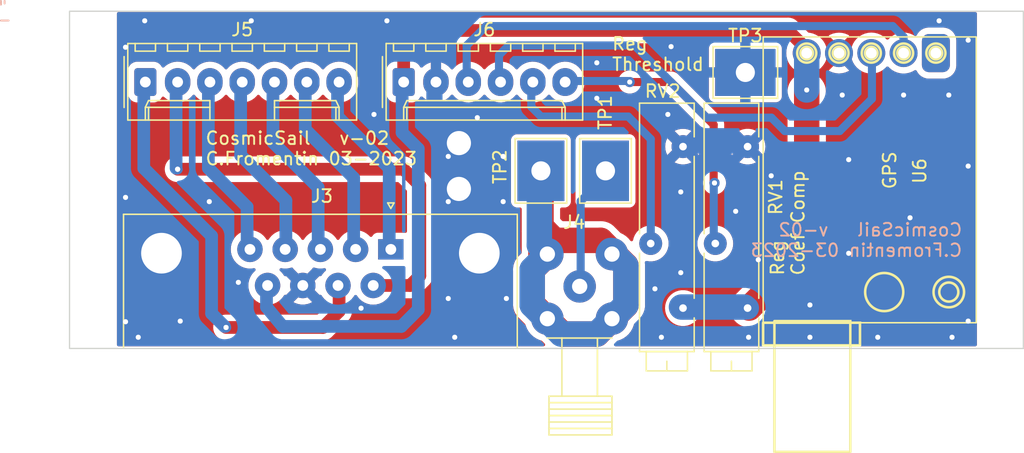
<source format=kicad_pcb>
(kicad_pcb (version 20221018) (generator pcbnew)
  (title_block (date "2023-04-17") (rev "V3"))
  (layers (0 "F.Cu" signal) (31 "B.Cu" signal) (34 "B.Paste" user) (35 "F.Paste" user) (36 "B.SilkS" user "B.Silkscreen") (37 "F.SilkS" user "F.Silkscreen") (38 "B.Mask" user) (39 "F.Mask" user) (44 "Edge.Cuts" user))
  (net 0 "")
  (net 1 "GND3")
  (net 2 "Net-(J5-Pin_7)")
  (net 3 "Net-(J5-Pin_6)")
  (net 4 "Net-(J5-Pin_5)")
  (net 5 "Net-(J5-Pin_4)")
  (net 6 "Net-(J5-Pin_3)")
  (net 7 "Net-(J5-Pin_2)")
  (net 8 "Net-(J5-Pin_1)")
  (net 9 "Net-(J4-Pad1)")
  (net 10 "Net-(J4-Pad2)")
  (net 11 "VCC3.3v")
  (net 12 "RX3")
  (net 13 "TX3")
  (net 14 "Reg_Coef_3")
  (net 15 "Reg_Threshold_3")
  (footprint "Connector_Dsub:DSUB-9_Female_Horizontal_P2.77x2.84mm_EdgePinOffset4.94mm_Housed_MountingHolesOffset7.48mm" (layer "F.Cu") (at 81.1528 121.7524)
    (fp_text reference "J3" (at -5.414 -4.1876) (layer "F.SilkS"))
    (fp_text value "DB9 F Chassi")
    (fp_line (start -21.025 -2.76) (end 9.945 -2.76) (stroke (width 0.12)) (layer "F.SilkS"))
    (fp_line (start -21.025 7.72) (end -21.025 -2.76) (stroke (width 0.12)) (layer "F.SilkS"))
    (fp_line (start -0.25 -3.654338) (end 0.25 -3.654338) (stroke (width 0.12)) (layer "F.SilkS"))
    (fp_line (start 0 -3.221325) (end -0.25 -3.654338) (stroke (width 0.12)) (layer "F.SilkS"))
    (fp_line (start 0.25 -3.654338) (end 0 -3.221325) (stroke (width 0.12)) (layer "F.SilkS"))
    (fp_line (start 9.945 -2.76) (end 9.945 7.72) (stroke (width 0.12)) (layer "F.SilkS"))
    (pad "0" thru_hole circle (at 6.96 0.3) (size 4 4) (drill 3.2) (layers "*.Cu" "*.Mask") (net 1 "GND3"))
    (pad "1" thru_hole rect (at 0 0) (size 2 1.6) (drill 0.85) (layers "*.Cu" "*.Mask") (net 2 "Net-(J5-Pin_7)"))
    (pad "2" thru_hole circle (at -2.77 0) (size 2 2) (drill 0.85) (layers "*.Cu" "*.Mask") (net 3 "Net-(J5-Pin_6)"))
    (pad "3" thru_hole circle (at -5.54 0) (size 2 2) (drill 0.85) (layers "*.Cu" "*.Mask") (net 4 "Net-(J5-Pin_5)"))
    (pad "4" thru_hole circle (at -8.31 0) (size 2 2) (drill 0.85) (layers "*.Cu" "*.Mask") (net 5 "Net-(J5-Pin_4)"))
    (pad "5" thru_hole circle (at -11.08 0) (size 2 2) (drill 0.85) (layers "*.Cu" "*.Mask") (net 6 "Net-(J5-Pin_3)"))
    (pad "6" thru_hole circle (at -1.385 2.84) (size 2 2) (drill 0.85) (layers "*.Cu" "*.Mask") (net 7 "Net-(J5-Pin_2)"))
    (pad "7" thru_hole circle (at -4.155 2.84) (size 2 2) (drill 0.85) (layers "*.Cu" "*.Mask") (net 8 "Net-(J5-Pin_1)"))
    (pad "8" thru_hole circle (at -6.925 2.84) (size 2 2) (drill 0.85) (layers "*.Cu" "*.Mask") (net 1 "GND3"))
    (pad "9" thru_hole circle (at -9.695 2.84) (size 2 2) (drill 0.85) (layers "*.Cu" "*.Mask") (net 11 "VCC3.3v"))
    (pad "10" thru_hole circle (at -18.04 0.3) (size 4 4) (drill 3.2) (layers "*.Cu" "*.Mask") (net 1 "GND3"))
  )
  (footprint "COMPOSANT_CF:TestPoint_THTPad_4.75x3.7mm_Drill1.5mm" (layer "F.Cu") (at 109.0382 107.8366)
    (fp_text reference "TP3" (at 0 -2.898) (layer "F.SilkS"))
    (fp_text value "GND3")
    (fp_line (start -2.54 -2.032) (end 2.54 -2.032) (stroke (width 0.12)) (layer "F.SilkS"))
    (fp_line (start -2.54 2.032) (end -2.54 -2.032) (stroke (width 0.12)) (layer "F.SilkS"))
    (fp_line (start 2.54 -2.032) (end 2.54 2.032) (stroke (width 0.12)) (layer "F.SilkS"))
    (fp_line (start 2.54 2.032) (end -2.54 2.032) (stroke (width 0.12)) (layer "F.SilkS"))
    (pad "1" thru_hole rect (at 0 0) (size 4.75 3.7) (drill 1.5) (layers "*.Cu" "*.Mask") (net 1 "GND3"))
  )
  (footprint "Connector_Molex:Molex_KK-254_AE-6410-06A_1x06_P2.54mm_Vertical" (layer "F.Cu") (at 82.1628 108.5904)
    (fp_text reference "J6" (at 6.35 -4.12) (layer "F.SilkS"))
    (fp_text value "Conn_01x06_Socket")
    (fp_line (start -1.67 -2) (end -1.67 2) (stroke (width 0.12)) (layer "F.SilkS"))
    (fp_line (start -1.38 -3.03) (end -1.38 2.99) (stroke (width 0.12)) (layer "F.SilkS"))
    (fp_line (start -1.38 2.99) (end 14.08 2.99) (stroke (width 0.12)) (layer "F.SilkS"))
    (fp_line (start -0.8 -3.03) (end -0.8 -2.43) (stroke (width 0.12)) (layer "F.SilkS"))
    (fp_line (start -0.8 -2.43) (end 0.8 -2.43) (stroke (width 0.12)) (layer "F.SilkS"))
    (fp_line (start 0 1.99) (end 0.25 1.46) (stroke (width 0.12)) (layer "F.SilkS"))
    (fp_line (start 0 1.99) (end 12.7 1.99) (stroke (width 0.12)) (layer "F.SilkS"))
    (fp_line (start 0 2.99) (end 0 1.99) (stroke (width 0.12)) (layer "F.SilkS"))
    (fp_line (start 0.25 1.46) (end 12.45 1.46) (stroke (width 0.12)) (layer "F.SilkS"))
    (fp_line (start 0.25 2.99) (end 0.25 1.99) (stroke (width 0.12)) (layer "F.SilkS"))
    (fp_line (start 0.8 -2.43) (end 0.8 -3.03) (stroke (width 0.12)) (layer "F.SilkS"))
    (fp_line (start 1.74 -3.03) (end 1.74 -2.43) (stroke (width 0.12)) (layer "F.SilkS"))
    (fp_line (start 1.74 -2.43) (end 3.34 -2.43) (stroke (width 0.12)) (layer "F.SilkS"))
    (fp_line (start 3.34 -2.43) (end 3.34 -3.03) (stroke (width 0.12)) (layer "F.SilkS"))
    (fp_line (start 4.28 -3.03) (end 4.28 -2.43) (stroke (width 0.12)) (layer "F.SilkS"))
    (fp_line (start 4.28 -2.43) (end 5.88 -2.43) (stroke (width 0.12)) (layer "F.SilkS"))
    (fp_line (start 5.88 -2.43) (end 5.88 -3.03) (stroke (width 0.12)) (layer "F.SilkS"))
    (fp_line (start 6.82 -3.03) (end 6.82 -2.43) (stroke (width 0.12)) (layer "F.SilkS"))
    (fp_line (start 6.82 -2.43) (end 8.42 -2.43) (stroke (width 0.12)) (layer "F.SilkS"))
    (fp_line (start 8.42 -2.43) (end 8.42 -3.03) (stroke (width 0.12)) (layer "F.SilkS"))
    (fp_line (start 9.36 -3.03) (end 9.36 -2.43) (stroke (width 0.12)) (layer "F.SilkS"))
    (fp_line (start 9.36 -2.43) (end 10.96 -2.43) (stroke (width 0.12)) (layer "F.SilkS"))
    (fp_line (start 10.96 -2.43) (end 10.96 -3.03) (stroke (width 0.12)) (layer "F.SilkS"))
    (fp_line (start 11.9 -3.03) (end 11.9 -2.43) (stroke (width 0.12)) (layer "F.SilkS"))
    (fp_line (start 11.9 -2.43) (end 13.5 -2.43) (stroke (width 0.12)) (layer "F.SilkS"))
    (fp_line (start 12.45 1.46) (end 12.7 1.99) (stroke (width 0.12)) (layer "F.SilkS"))
    (fp_line (start 12.45 2.99) (end 12.45 1.99) (stroke (width 0.12)) (layer "F.SilkS"))
    (fp_line (start 12.7 1.99) (end 12.7 2.99) (stroke (width 0.12)) (layer "F.SilkS"))
    (fp_line (start 13.5 -2.43) (end 13.5 -3.03) (stroke (width 0.12)) (layer "F.SilkS"))
    (fp_line (start 14.08 -3.03) (end -1.38 -3.03) (stroke (width 0.12)) (layer "F.SilkS"))
    (fp_line (start 14.08 2.99) (end 14.08 -3.03) (stroke (width 0.12)) (layer "F.SilkS"))
    (pad "1" thru_hole roundrect (at 0 0) (size 1.74 2.19) (drill 0.85) (layers "*.Cu" "*.Mask") (roundrect_rratio 0.1436781609) (net 11 "VCC3.3v"))
    (pad "2" thru_hole oval (at 2.54 0) (size 2 2.19) (drill 0.85) (layers "*.Cu" "*.Mask") (net 1 "GND3"))
    (pad "3" thru_hole oval (at 5.08 0) (size 2 2.19) (drill 0.85) (layers "*.Cu" "*.Mask") (net 13 "TX3"))
    (pad "4" thru_hole oval (at 7.62 0) (size 2 2.19) (drill 0.85) (layers "*.Cu" "*.Mask") (net 12 "RX3"))
    (pad "5" thru_hole oval (at 10.16 0) (size 2 2.19) (drill 0.85) (layers "*.Cu" "*.Mask") (net 15 "Reg_Threshold_3"))
    (pad "6" thru_hole oval (at 12.7 0) (size 2 2.19) (drill 0.85) (layers "*.Cu" "*.Mask") (net 14 "Reg_Coef_3"))
  )
  (footprint "" (layer "F.Cu") (at 86.507404 113.3922)
    (fp_text reference "" (at 0 0) (layer "F.SilkS") (effects (font (size 1.27 1.27))))
    (fp_text value "" (at 0 0) (layer "F.SilkS") (effects (font (size 1.27 1.27))))
    (pad "" thru_hole circle (at 0 0) (size 2 2) (drill 1.9) (layers "*.Cu" "*.Mask"))
  )
  (footprint "" (layer "F.Cu") (at 86.507404 116.999)
    (fp_text reference "" (at 0 0) (layer "F.SilkS") (effects (font (size 1.27 1.27))))
    (fp_text value "" (at 0 0) (layer "F.SilkS") (effects (font (size 1.27 1.27))))
    (pad "" thru_hole circle (at 0 0) (size 2 2) (drill 1.9) (layers "*.Cu" "*.Mask"))
  )
  (footprint "Potentiometer_THT:Potentiometer_Bourns_3005_Horizontal" (layer "F.Cu") (at 104.1338 113.6704 90)
    (fp_text reference "RV2" (at 4.3606 -1.598 180) (layer "F.SilkS"))
    (fp_text value "4.7k")
    (fp_line (start -17.64 -2.89) (end -17.64 0.35) (stroke (width 0.12)) (layer "F.SilkS"))
    (fp_line (start -17.64 -2.89) (end -16.121 -2.89) (stroke (width 0.12)) (layer "F.SilkS"))
    (fp_line (start -17.64 -1.27) (end -16.881 -1.27) (stroke (width 0.12)) (layer "F.SilkS"))
    (fp_line (start -17.64 0.35) (end -16.121 0.35) (stroke (width 0.12)) (layer "F.SilkS"))
    (fp_line (start -16.121 -2.89) (end -16.121 0.35) (stroke (width 0.12)) (layer "F.SilkS"))
    (fp_line (start -16.12 -3.42) (end -16.12 0.88) (stroke (width 0.12)) (layer "F.SilkS"))
    (fp_line (start -16.12 -3.42) (end -8.389 -3.42) (stroke (width 0.12)) (layer "F.SilkS"))
    (fp_line (start -16.12 0.88) (end -13.469 0.88) (stroke (width 0.12)) (layer "F.SilkS"))
    (fp_line (start -11.93 0.88) (end -0.769 0.88) (stroke (width 0.12)) (layer "F.SilkS"))
    (fp_line (start -6.85 -3.42) (end 3.42 -3.42) (stroke (width 0.12)) (layer "F.SilkS"))
    (fp_line (start 0.77 0.88) (end 3.42 0.88) (stroke (width 0.12)) (layer "F.SilkS"))
    (fp_line (start 3.42 -3.42) (end 3.42 0.88) (stroke (width 0.12)) (layer "F.SilkS"))
    (pad "1" thru_hole circle (at 0 0 90) (size 1.8 1.8) (drill 0.6) (layers "*.Cu" "*.Mask") (net 1 "GND3"))
    (pad "2" thru_hole circle (at -7.62 -2.54 90) (size 1.8 1.8) (drill 0.6) (layers "*.Cu" "*.Mask") (net 15 "Reg_Threshold_3"))
    (pad "3" thru_hole circle (at -12.7 0 90) (size 1.8 1.8) (drill 0.6) (layers "*.Cu" "*.Mask") (net 11 "VCC3.3v"))
  )
  (footprint "MODULE_CF:GPS_NEO8" (layer "F.Cu") (at 124.0242 106.3126 -90)
    (fp_text reference "U6" (at 9.271 1.27 90) (layer "F.SilkS"))
    (fp_text value "NEO-M8N")
    (fp_text user "GPS" (at 10.795 3.048 90 unlocked) (layer "F.SilkS") (effects (justify left bottom)))
    (fp_rect (start -1.27 13.585) (end 21.21 -3.175) (stroke (width 0.12)) (fill none) (layer "F.SilkS"))
    (fp_rect (start 21.082 6.731) (end 31.369 12.7) (stroke (width 0.2)) (fill none) (layer "F.SilkS"))
    (fp_rect (start 21.21 5.969) (end 22.987 13.589) (stroke (width 0.2)) (fill none) (layer "F.SilkS"))
    (fp_circle (center 0 0) (end 0.499999 0) (stroke (width 0.2)) (fill none) (layer "F.SilkS"))
    (fp_circle (center 0 0) (end 0.749999 0) (stroke (width 0.2)) (fill none) (layer "F.SilkS"))
    (fp_circle (center 0 2.54) (end 0.5 2.54) (stroke (width 0.2)) (fill none) (layer "F.SilkS"))
    (fp_circle (center 0 2.54) (end 0.75 2.54) (stroke (width 0.2)) (fill none) (layer "F.SilkS"))
    (fp_circle (center 0 5.08) (end 0.5 5.08) (stroke (width 0.2)) (fill none) (layer "F.SilkS"))
    (fp_circle (center 0 5.08) (end 0.75 5.08) (stroke (width 0.2)) (fill none) (layer "F.SilkS"))
    (fp_circle (center 0 7.62) (end 0.5 7.62) (stroke (width 0.2)) (fill none) (layer "F.SilkS"))
    (fp_circle (center 0 7.62) (end 0.75 7.62) (stroke (width 0.2)) (fill none) (layer "F.SilkS"))
    (fp_circle (center 0 10.16) (end 0.5 10.16) (stroke (width 0.2)) (fill none) (layer "F.SilkS"))
    (fp_circle (center 0 10.16) (end 0.75 10.16) (stroke (width 0.2)) (fill none) (layer "F.SilkS"))
    (fp_circle (center 18.796 -1.016) (end 19.546 -1.016) (stroke (width 0.2)) (fill none) (layer "F.SilkS"))
    (fp_circle (center 18.796 -1.016) (end 19.996 -1.016) (stroke (width 0.2)) (fill none) (layer "F.SilkS"))
    (fp_circle (center 18.796 4.064) (end 20.296 4.064) (stroke (width 0.2)) (fill none) (layer "F.SilkS"))
    (pad "1" thru_hole roundrect (at 0 0 270) (size 3 2.2) (drill 0.85) (layers "*.Cu" "*.Mask"))
    (pad "2" thru_hole circle (at 0 2.54 270) (size 2.2 2.2) (drill 0.85) (layers "*.Cu" "*.Mask") (net 13 "TX3"))
    (pad "3" thru_hole circle (at 0 5.08 270) (size 2.2 2.2) (drill 0.85) (layers "*.Cu" "*.Mask") (net 12 "RX3"))
    (pad "4" thru_hole circle (at 0 7.62 270) (size 2.2 2.2) (drill 0.85) (layers "*.Cu" "*.Mask") (net 1 "GND3"))
    (pad "5" thru_hole circle (at 0 10.16 270) (size 2.2 2.2) (drill 0.85) (layers "*.Cu" "*.Mask") (net 11 "VCC3.3v"))
  )
  (footprint "Connector_Molex:Molex_KK-254_AE-6410-07A_1x07_P2.54mm_Vertical" (layer "F.Cu") (at 61.8428 108.5904)
    (fp_text reference "J5" (at 7.62 -4.12) (layer "F.SilkS"))
    (fp_text value "Conn_01x07_Socket")
    (fp_line (start -1.67 -2) (end -1.67 2) (stroke (width 0.12)) (layer "F.SilkS"))
    (fp_line (start -1.38 -3.03) (end -1.38 2.99) (stroke (width 0.12)) (layer "F.SilkS"))
    (fp_line (start -1.38 2.99) (end 16.62 2.99) (stroke (width 0.12)) (layer "F.SilkS"))
    (fp_line (start -0.8 -3.03) (end -0.8 -2.43) (stroke (width 0.12)) (layer "F.SilkS"))
    (fp_line (start -0.8 -2.43) (end 0.8 -2.43) (stroke (width 0.12)) (layer "F.SilkS"))
    (fp_line (start 0 1.99) (end 0.25 1.46) (stroke (width 0.12)) (layer "F.SilkS"))
    (fp_line (start 0 1.99) (end 5.08 1.99) (stroke (width 0.12)) (layer "F.SilkS"))
    (fp_line (start 0 2.99) (end 0 1.99) (stroke (width 0.12)) (layer "F.SilkS"))
    (fp_line (start 0.25 1.46) (end 5.08 1.46) (stroke (width 0.12)) (layer "F.SilkS"))
    (fp_line (start 0.25 2.99) (end 0.25 1.99) (stroke (width 0.12)) (layer "F.SilkS"))
    (fp_line (start 0.8 -2.43) (end 0.8 -3.03) (stroke (width 0.12)) (layer "F.SilkS"))
    (fp_line (start 1.74 -3.03) (end 1.74 -2.43) (stroke (width 0.12)) (layer "F.SilkS"))
    (fp_line (start 1.74 -2.43) (end 3.34 -2.43) (stroke (width 0.12)) (layer "F.SilkS"))
    (fp_line (start 3.34 -2.43) (end 3.34 -3.03) (stroke (width 0.12)) (layer "F.SilkS"))
    (fp_line (start 4.28 -3.03) (end 4.28 -2.43) (stroke (width 0.12)) (layer "F.SilkS"))
    (fp_line (start 4.28 -2.43) (end 5.88 -2.43) (stroke (width 0.12)) (layer "F.SilkS"))
    (fp_line (start 5.08 1.46) (end 5.08 1.99) (stroke (width 0.12)) (layer "F.SilkS"))
    (fp_line (start 5.08 1.99) (end 5.08 2.99) (stroke (width 0.12)) (layer "F.SilkS"))
    (fp_line (start 5.88 -2.43) (end 5.88 -3.03) (stroke (width 0.12)) (layer "F.SilkS"))
    (fp_line (start 6.82 -3.03) (end 6.82 -2.43) (stroke (width 0.12)) (layer "F.SilkS"))
    (fp_line (start 6.82 -2.43) (end 8.42 -2.43) (stroke (width 0.12)) (layer "F.SilkS"))
    (fp_line (start 8.42 -2.43) (end 8.42 -3.03) (stroke (width 0.12)) (layer "F.SilkS"))
    (fp_line (start 9.36 -3.03) (end 9.36 -2.43) (stroke (width 0.12)) (layer "F.SilkS"))
    (fp_line (start 9.36 -2.43) (end 10.96 -2.43) (stroke (width 0.12)) (layer "F.SilkS"))
    (fp_line (start 10.16 1.46) (end 10.16 1.99) (stroke (width 0.12)) (layer "F.SilkS"))
    (fp_line (start 10.16 1.99) (end 10.16 2.99) (stroke (width 0.12)) (layer "F.SilkS"))
    (fp_line (start 10.96 -2.43) (end 10.96 -3.03) (stroke (width 0.12)) (layer "F.SilkS"))
    (fp_line (start 11.9 -3.03) (end 11.9 -2.43) (stroke (width 0.12)) (layer "F.SilkS"))
    (fp_line (start 11.9 -2.43) (end 13.5 -2.43) (stroke (width 0.12)) (layer "F.SilkS"))
    (fp_line (start 13.5 -2.43) (end 13.5 -3.03) (stroke (width 0.12)) (layer "F.SilkS"))
    (fp_line (start 14.44 -3.03) (end 14.44 -2.43) (stroke (width 0.12)) (layer "F.SilkS"))
    (fp_line (start 14.44 -2.43) (end 16.04 -2.43) (stroke (width 0.12)) (layer "F.SilkS"))
    (fp_line (start 14.99 1.46) (end 10.16 1.46) (stroke (width 0.12)) (layer "F.SilkS"))
    (fp_line (start 14.99 2.99) (end 14.99 1.99) (stroke (width 0.12)) (layer "F.SilkS"))
    (fp_line (start 15.24 1.99) (end 10.16 1.99) (stroke (width 0.12)) (layer "F.SilkS"))
    (fp_line (start 15.24 1.99) (end 14.99 1.46) (stroke (width 0.12)) (layer "F.SilkS"))
    (fp_line (start 15.24 2.99) (end 15.24 1.99) (stroke (width 0.12)) (layer "F.SilkS"))
    (fp_line (start 16.04 -2.43) (end 16.04 -3.03) (stroke (width 0.12)) (layer "F.SilkS"))
    (fp_line (start 16.62 -3.03) (end -1.38 -3.03) (stroke (width 0.12)) (layer "F.SilkS"))
    (fp_line (start 16.62 2.99) (end 16.62 -3.03) (stroke (width 0.12)) (layer "F.SilkS"))
    (pad "1" thru_hole roundrect (at 0 0) (size 1.74 2.19) (drill 0.85) (layers "*.Cu" "*.Mask") (roundrect_rratio 0.1436781609) (net 8 "Net-(J5-Pin_1)"))
    (pad "2" thru_hole oval (at 2.54 0) (size 2 2.19) (drill 0.85) (layers "*.Cu" "*.Mask") (net 7 "Net-(J5-Pin_2)"))
    (pad "3" thru_hole oval (at 5.08 0) (size 2 2.19) (drill 0.85) (layers "*.Cu" "*.Mask") (net 6 "Net-(J5-Pin_3)"))
    (pad "4" thru_hole oval (at 7.62 0) (size 2 2.19) (drill 0.85) (layers "*.Cu" "*.Mask") (net 5 "Net-(J5-Pin_4)"))
    (pad "5" thru_hole oval (at 10.16 0) (size 2 2.19) (drill 0.85) (layers "*.Cu" "*.Mask") (net 4 "Net-(J5-Pin_5)"))
    (pad "6" thru_hole oval (at 12.7 0) (size 2 2.19) (drill 0.85) (layers "*.Cu" "*.Mask") (net 3 "Net-(J5-Pin_6)"))
    (pad "7" thru_hole oval (at 15.24 0) (size 2 2.19) (drill 0.85) (layers "*.Cu" "*.Mask") (net 2 "Net-(J5-Pin_7)"))
  )
  (footprint "Potentiometer_THT:Potentiometer_Bourns_3005_Horizontal" (layer "F.Cu") (at 109.2138 113.6704 90)
    (fp_text reference "RV1" (at -3.9706 2.212 90) (layer "F.SilkS"))
    (fp_text value "4.7k")
    (fp_line (start -17.64 -2.89) (end -17.64 0.35) (stroke (width 0.12)) (layer "F.SilkS"))
    (fp_line (start -17.64 -2.89) (end -16.121 -2.89) (stroke (width 0.12)) (layer "F.SilkS"))
    (fp_line (start -17.64 -1.27) (end -16.881 -1.27) (stroke (width 0.12)) (layer "F.SilkS"))
    (fp_line (start -17.64 0.35) (end -16.121 0.35) (stroke (width 0.12)) (layer "F.SilkS"))
    (fp_line (start -16.121 -2.89) (end -16.121 0.35) (stroke (width 0.12)) (layer "F.SilkS"))
    (fp_line (start -16.12 -3.42) (end -16.12 0.88) (stroke (width 0.12)) (layer "F.SilkS"))
    (fp_line (start -16.12 -3.42) (end -8.389 -3.42) (stroke (width 0.12)) (layer "F.SilkS"))
    (fp_line (start -16.12 0.88) (end -13.469 0.88) (stroke (width 0.12)) (layer "F.SilkS"))
    (fp_line (start -11.93 0.88) (end -0.769 0.88) (stroke (width 0.12)) (layer "F.SilkS"))
    (fp_line (start -6.85 -3.42) (end 3.42 -3.42) (stroke (width 0.12)) (layer "F.SilkS"))
    (fp_line (start 0.77 0.88) (end 3.42 0.88) (stroke (width 0.12)) (layer "F.SilkS"))
    (fp_line (start 3.42 -3.42) (end 3.42 0.88) (stroke (width 0.12)) (layer "F.SilkS"))
    (pad "1" thru_hole circle (at 0 0 90) (size 1.8 1.8) (drill 0.6) (layers "*.Cu" "*.Mask") (net 1 "GND3"))
    (pad "2" thru_hole circle (at -7.62 -2.54 90) (size 1.8 1.8) (drill 0.6) (layers "*.Cu" "*.Mask") (net 14 "Reg_Coef_3"))
    (pad "3" thru_hole circle (at -12.7 0 90) (size 1.8 1.8) (drill 0.6) (layers "*.Cu" "*.Mask") (net 11 "VCC3.3v"))
  )
  (footprint "COMPOSANT_CF:TE_221790-1" (layer "F.Cu") (at 96.0058 124.663 -90)
    (fp_text reference "J4" (at -5.0408 0.4296) (layer "F.SilkS") (effects (font (size 1.001236 1.001236))))
    (fp_text value "221790-1")
    (fp_line (start 4.064 -2.54) (end 4.064 1.397) (stroke (width 0.127)) (layer "F.SilkS"))
    (fp_line (start 4.064 1.397) (end 4.064 2.54) (stroke (width 0.127)) (layer "F.SilkS"))
    (fp_line (start 4.064 1.397) (end 8.636 1.397) (stroke (width 0.127)) (layer "F.SilkS"))
    (fp_line (start 4.091 -1.397) (end 8.636 -1.397) (stroke (width 0.127)) (layer "F.SilkS"))
    (fp_line (start 8.636 -2.54) (end 9.144 -2.54) (stroke (width 0.127)) (layer "F.SilkS"))
    (fp_line (start 8.636 -1.397) (end 8.636 -2.54) (stroke (width 0.127)) (layer "F.SilkS"))
    (fp_line (start 8.636 1.397) (end 8.636 -1.397) (stroke (width 0.127)) (layer "F.SilkS"))
    (fp_line (start 8.636 2.413) (end 8.636 1.397) (stroke (width 0.127)) (layer "F.SilkS"))
    (fp_line (start 9.144 -2.54) (end 9.144 2.413) (stroke (width 0.127)) (layer "F.SilkS"))
    (fp_line (start 9.144 -2.54) (end 9.652 -2.54) (stroke (width 0.127)) (layer "F.SilkS"))
    (fp_line (start 9.144 2.413) (end 8.636 2.413) (stroke (width 0.127)) (layer "F.SilkS"))
    (fp_line (start 9.652 -2.54) (end 9.652 2.413) (stroke (width 0.127)) (layer "F.SilkS"))
    (fp_line (start 9.652 -2.54) (end 10.16 -2.54) (stroke (width 0.127)) (layer "F.SilkS"))
    (fp_line (start 9.652 2.413) (end 9.144 2.413) (stroke (width 0.127)) (layer "F.SilkS"))
    (fp_line (start 10.16 -2.54) (end 10.16 2.413) (stroke (width 0.127)) (layer "F.SilkS"))
    (fp_line (start 10.16 -2.54) (end 10.668 -2.54) (stroke (width 0.127)) (layer "F.SilkS"))
    (fp_line (start 10.16 2.413) (end 9.652 2.413) (stroke (width 0.127)) (layer "F.SilkS"))
    (fp_line (start 10.668 -2.54) (end 10.668 2.413) (stroke (width 0.127)) (layer "F.SilkS"))
    (fp_line (start 10.668 -2.54) (end 11.176 -2.54) (stroke (width 0.127)) (layer "F.SilkS"))
    (fp_line (start 10.668 2.413) (end 10.16 2.413) (stroke (width 0.127)) (layer "F.SilkS"))
    (fp_line (start 11.176 -2.54) (end 11.176 2.413) (stroke (width 0.127)) (layer "F.SilkS"))
    (fp_line (start 11.176 -2.54) (end 11.684 -2.54) (stroke (width 0.127)) (layer "F.SilkS"))
    (fp_line (start 11.176 2.413) (end 10.668 2.413) (stroke (width 0.127)) (layer "F.SilkS"))
    (fp_line (start 11.684 -2.54) (end 11.684 2.413) (stroke (width 0.127)) (layer "F.SilkS"))
    (fp_line (start 11.684 2.413) (end 11.176 2.413) (stroke (width 0.127)) (layer "F.SilkS"))
    (pad "1" thru_hole circle (at 0 0 270) (size 2.5527 2.5527) (drill 1.2) (layers "*.Cu" "*.Mask") (net 9 "Net-(J4-Pad1)"))
    (pad "2" thru_hole circle (at -2.54 -2.54 270) (size 2.5527 2.5527) (drill 1.2) (layers "*.Cu" "*.Mask") (net 10 "Net-(J4-Pad2)"))
    (pad "3" thru_hole circle (at 2.54 -2.54 270) (size 2.5527 2.5527) (drill 1.2) (layers "*.Cu" "*.Mask") (net 10 "Net-(J4-Pad2)"))
    (pad "4" thru_hole circle (at -2.54 2.54 270) (size 2.5527 2.5527) (drill 1.2) (layers "*.Cu" "*.Mask") (net 10 "Net-(J4-Pad2)"))
    (pad "5" thru_hole circle (at 2.54 2.54 270) (size 2.5527 2.5527) (drill 1.2) (layers "*.Cu" "*.Mask") (net 10 "Net-(J4-Pad2)"))
  )
  (footprint "COMPOSANT_CF:TestPoint_THTPad_4.75x3.7mm_Drill1.5mm" (layer "F.Cu") (at 92.9578 115.5754 90)
    (fp_text reference "TP2" (at 0.322 -3.2236 90) (layer "F.SilkS"))
    (fp_text value "s1")
    (fp_line (start -2.54 -2.032) (end 2.54 -2.032) (stroke (width 0.12)) (layer "F.SilkS"))
    (fp_line (start -2.54 2.032) (end -2.54 -2.032) (stroke (width 0.12)) (layer "F.SilkS"))
    (fp_line (start 2.54 -2.032) (end 2.54 2.032) (stroke (width 0.12)) (layer "F.SilkS"))
    (fp_line (start 2.54 2.032) (end -2.54 2.032) (stroke (width 0.12)) (layer "F.SilkS"))
    (pad "1" thru_hole rect (at 0 0 90) (size 4.75 3.7) (drill 1.5) (layers "*.Cu" "*.Mask") (net 10 "Net-(J4-Pad2)"))
  )
  (footprint "COMPOSANT_CF:TestPoint_THTPad_4.75x3.7mm_Drill1.5mm" (layer "F.Cu") (at 98.0378 115.5754 90)
    (fp_text reference "TP1" (at 4.5892 -0.0232 90) (layer "F.SilkS"))
    (fp_text value "s1")
    (fp_line (start -2.54 -2.032) (end 2.54 -2.032) (stroke (width 0.12)) (layer "F.SilkS"))
    (fp_line (start -2.54 2.032) (end -2.54 -2.032) (stroke (width 0.12)) (layer "F.SilkS"))
    (fp_line (start 2.54 -2.032) (end 2.54 2.032) (stroke (width 0.12)) (layer "F.SilkS"))
    (fp_line (start 2.54 2.032) (end -2.54 2.032) (stroke (width 0.12)) (layer "F.SilkS"))
    (pad "1" thru_hole rect (at 0 0 90) (size 4.75 3.7) (drill 1.5) (layers "*.Cu" "*.Mask") (net 9 "Net-(J4-Pad1)"))
  )
  (gr_line (start 50.4868 102.21228) (end 50.4868 102.498) (stroke (width 0.15)) (layer "B.SilkS"))
  (gr_line (start 50.77251 102.41228) (end 50.77251 102.21228) (stroke (width 0.15)) (layer "B.SilkS"))
  (gr_line (start 51.0868 103.75228) (end 50.4868 103.75228) (stroke (width 0.15)) (layer "B.SilkS"))
  (gr_rect (start 55.88 103.02) (end 130.906604 129.5466) (stroke (width 0.1)) (fill none) (layer "Edge.Cuts"))
  (gr_text "CosmicSail   v-02\nC.Fromentin 03-2023" (at 126.182204 122.4092) (layer "B.SilkS") (effects (font (size 1 1)) (justify left bottom mirror)))
  (gr_text "Reg \nThreshold" (at 98.4718 107.7858) (layer "F.SilkS") (effects (font (size 1 1)) (justify left bottom)))
  (gr_text "Reg \nCoef Comp" (at 113.7626 123.8894 90) (layer "F.SilkS") (effects (font (size 1 1)) (justify left bottom)))
  (gr_text "CosmicSail   v-02\nC.Fromentin 03-2023" (at 66.4932 115.2026) (layer "F.SilkS") (effects (font (size 1 1)) (justify left bottom)))
  (via (at 101.9262 124.8546) (size 0.8) (drill 0.4) (layers "F.Cu" "B.Cu") (net 1))
  (via (at 60.286 117.664) (size 0.8) (drill 0.4) (layers "F.Cu" "B.Cu") (net 1))
  (via (at 90.2422 125.6166) (size 0.8) (drill 0.4) (layers "F.Cu" "B.Cu") (net 1))
  (via (at 66.8742 117.9966) (size 0.8) (drill 0.4) (layers "F.Cu" "B.Cu") (net 1))
  (via (at 125.0402 109.6146) (size 0.8) (drill 0.4) (layers "F.Cu" "B.Cu") (net 1))
  (via (at 126.5642 115.2026) (size 0.8) (drill 0.4) (layers "F.Cu" "B.Cu") (net 1))
  (via (at 61.2862 128.6646) (size 0.8) (drill 0.4) (layers "F.Cu" "B.Cu") (net 1))
  (via (at 80.8442 103.7726) (size 0.8) (drill 0.4) (layers "F.Cu" "B.Cu") (net 1))
  (via (at 110.0542 122.5686) (size 0.8) (drill 0.4) (layers "F.Cu" "B.Cu") (net 1))
  (via (at 125.2942 128.6646) (size 0.8) (drill 0.4) (layers "F.Cu" "B.Cu") (net 1))
  (via (at 85.6702 125.6166) (size 0.8) (drill 0.4) (layers "F.Cu" "B.Cu") (net 1))
  (via (at 117.1662 122.0606) (size 0.8) (drill 0.4) (layers "F.Cu" "B.Cu") (net 1))
  (via (at 61.7942 103.7726) (size 0.8) (drill 0.4) (layers "F.Cu" "B.Cu") (net 1))
  (via (at 108.2762 118.7586) (size 0.8) (drill 0.4) (layers "F.Cu" "B.Cu") (net 1))
  (via (at 121.9922 119.2666) (size 0.8) (drill 0.4) (layers "F.Cu" "B.Cu") (net 1))
  (via (at 116.6582 109.6146) (size 0.8) (drill 0.4) (layers "F.Cu" "B.Cu") (net 1))
  (via (at 103.9582 123.5846) (size 0.8) (drill 0.4) (layers "F.Cu" "B.Cu") (net 1))
  (via (at 103.1962 105.8046) (size 0.8) (drill 0.4) (layers "F.Cu" "B.Cu") (net 1))
  (via (at 102.4342 128.6646) (size 0.8) (drill 0.4) (layers "F.Cu" "B.Cu") (net 1))
  (via (at 97.3542 107.0746) (size 0.8) (drill 0.4) (layers "F.Cu" "B.Cu") (net 1))
  (via (at 60.286 127.443) (size 0.8) (drill 0.4) (layers "F.Cu" "B.Cu") (net 1))
  (via (at 109.2922 128.6646) (size 0.8) (drill 0.4) (layers "F.Cu" "B.Cu") (net 1))
  (via (at 97.3542 109.8686) (size 0.8) (drill 0.4) (layers "F.Cu" "B.Cu") (net 1))
  (via (at 87.9562 111.3926) (size 0.8) (drill 0.4) (layers "F.Cu" "B.Cu") (net 1))
  (via (at 114.1182 126.1246) (size 0.8) (drill 0.4) (layers "F.Cu" "B.Cu") (net 1))
  (via (at 89.9882 117.9966) (size 0.8) (drill 0.4) (layers "F.Cu" "B.Cu") (net 1))
  (via (at 117.1662 114.6946) (size 0.8) (drill 0.4) (layers "F.Cu" "B.Cu") (net 1))
  (via (at 89.9882 114.4406) (size 0.8) (drill 0.4) (layers "F.Cu" "B.Cu") (net 1))
  (via (at 60.286 105.853) (size 0.8) (drill 0.4) (layers "F.Cu" "B.Cu") (net 1))
  (via (at 121.4842 109.6146) (size 0.8) (drill 0.4) (layers "F.Cu" "B.Cu") (net 1))
  (via (at 86.1782 128.6646) (size 0.8) (drill 0.4) (layers "F.Cu" "B.Cu") (net 1))
  (via (at 119.4522 128.6646) (size 0.8) (drill 0.4) (layers "F.Cu" "B.Cu") (net 1))
  (via (at 114.1182 128.6646) (size 0.8) (drill 0.4) (layers "F.Cu" "B.Cu") (net 1))
  (via (at 78.8122 126.3786) (size 0.8) (drill 0.4) (layers "F.Cu" "B.Cu") (net 1))
  (via (at 103.9582 117.2346) (size 0.8) (drill 0.4) (layers "F.Cu" "B.Cu") (net 1))
  (via (at 102.9422 111.1386) (size 0.8) (drill 0.4) (layers "F.Cu" "B.Cu") (net 1))
  (via (at 126.5642 127.3946) (size 0.8) (drill 0.4) (layers "F.Cu" "B.Cu") (net 1))
  (via (at 124.2782 103.7726) (size 0.8) (drill 0.4) (layers "F.Cu" "B.Cu") (net 1))
  (via (at 70.1762 103.7726) (size 0.8) (drill 0.4) (layers "F.Cu" "B.Cu") (net 1))
  (via (at 111.0702 115.9646) (size 0.8) (drill 0.4) (layers "F.Cu" "B.Cu") (net 1))
  (via (at 79.8282 111.1386) (size 0.8) (drill 0.4) (layers "F.Cu" "B.Cu") (net 1))
  (via (at 69.1602 124.3466) (size 0.8) (drill 0.4) (layers "F.Cu" "B.Cu") (net 1))
  (via (at 85.6702 114.4406) (size 0.8) (drill 0.4) (layers "F.Cu" "B.Cu") (net 1))
  (via (at 64.5882 127.3946) (size 0.8) (drill 0.4) (layers "F.Cu" "B.Cu") (net 1))
  (via (at 126.5642 105.2966) (size 0.8) (drill 0.4) (layers "F.Cu" "B.Cu") (net 1))
  (via (at 85.6702 117.9966) (size 0.8) (drill 0.4) (layers "F.Cu" "B.Cu") (net 1))
  (segment (start 88.1374 114.6044) (end 88.1374 121.9704) (width 1.27) (layer "B.Cu") (net 1))
  (segment (start 104.0124 113.5884) (end 108.9654 113.5884) (width 1.27) (layer "B.Cu") (net 1))
  (segment (start 84.5814 108.5084) (end 84.5814 111.0484) (width 1.27) (layer "B.Cu") (net 1))
  (segment (start 84.5814 111.0484) (end 88.1374 114.6044) (width 1.27) (layer "B.Cu") (net 1))
  (segment (start 76.9614 111.3024) (end 81.0254 115.3664) (width 1) (layer "B.Cu") (net 2))
  (segment (start 81.0254 121.5894) (end 80.7714 121.8434) (width 1) (layer "B.Cu") (net 2))
  (segment (start 81.0254 115.3664) (end 81.0254 121.5894) (width 1) (layer "B.Cu") (net 2))
  (segment (start 76.9614 108.5084) (end 76.9614 111.3024) (width 1) (layer "B.Cu") (net 2))
  (segment (start 74.4214 112.3184) (end 74.4214 108.5084) (width 1) (layer "B.Cu") (net 3))
  (segment (start 78.2314 121.7164) (end 78.2314 116.1284) (width 1) (layer "B.Cu") (net 3))
  (segment (start 78.2314 116.1284) (end 74.4214 112.3184) (width 1) (layer "B.Cu") (net 3))
  (segment (start 75.4374 121.5894) (end 75.4374 116.8904) (width 1) (layer "B.Cu") (net 4))
  (segment (start 75.1834 121.8434) (end 75.4374 121.5894) (width 1) (layer "B.Cu") (net 4))
  (segment (start 75.4374 116.8904) (end 71.8814 113.3344) (width 1) (layer "B.Cu") (net 4))
  (segment (start 71.8814 113.3344) (end 71.8814 108.5084) (width 1) (layer "B.Cu") (net 4))
  (segment (start 69.3414 114.3504) (end 69.3414 108.5084) (width 1) (layer "B.Cu") (net 5))
  (segment (start 72.8974 121.597069) (end 72.8974 117.9064) (width 1) (layer "B.Cu") (net 5))
  (segment (start 72.8974 117.9064) (end 69.3414 114.3504) (width 1) (layer "B.Cu") (net 5))
  (segment (start 69.7224 121.8434) (end 69.8494 121.7164) (width 1) (layer "B.Cu") (net 6))
  (segment (start 66.8014 115.3664) (end 66.8014 108.5084) (width 1) (layer "B.Cu") (net 6))
  (segment (start 69.8494 121.7164) (end 69.8494 118.4144) (width 1) (layer "B.Cu") (net 6))
  (segment (start 69.8494 118.4144) (end 66.8014 115.3664) (width 1) (layer "B.Cu") (net 6))
  (segment (start 83.4328 116.7184) (end 82.1628 115.4484) (width 1) (layer "F.Cu") (net 7))
  (segment (start 83.4328 123.8304) (end 83.4328 116.7184) (width 1) (layer "F.Cu") (net 7))
  (segment (start 79.8768 124.5924) (end 82.6708 124.5924) (width 1) (layer "F.Cu") (net 7))
  (segment (start 82.6708 124.5924) (end 83.4328 123.8304) (width 1) (layer "F.Cu") (net 7))
  (segment (start 82.1628 115.4484) (end 64.3828 115.4484) (width 1) (layer "F.Cu") (net 7))
  (via (at 64.3828 115.4484) (size 0.8) (drill 0.4) (layers "F.Cu" "B.Cu") (net 7))
  (via (at 64.3828 115.4484) (size 0.8) (drill 0.4) (layers "F.Cu" "B.Cu") (net 7))
  (segment (start 64.2614 108.5084) (end 64.2614 115.3664) (width 1) (layer "B.Cu") (net 7))
  (segment (start 75.8128 127.8944) (end 68.1928 127.8944) (width 1) (layer "F.Cu") (net 8))
  (segment (start 77.0828 124.5924) (end 77.0828 126.6244) (width 1) (layer "F.Cu") (net 8))
  (segment (start 77.0828 126.6244) (end 75.8128 127.8944) (width 1) (layer "F.Cu") (net 8))
  (via (at 68.1928 127.8944) (size 0.8) (drill 0.4) (layers "F.Cu" "B.Cu") (net 8))
  (via (at 68.1928 127.8944) (size 0.8) (drill 0.4) (layers "F.Cu" "B.Cu") (net 8))
  (segment (start 67.0554 120.7004) (end 67.0554 126.7964) (width 1) (layer "B.Cu") (net 8))
  (segment (start 61.7214 115.3664) (end 67.0554 120.7004) (width 1) (layer "B.Cu") (net 8))
  (segment (start 67.0554 126.7964) (end 68.0714 127.8124) (width 1) (layer "B.Cu") (net 8))
  (segment (start 61.7214 108.5084) (end 61.7214 115.3664) (width 1) (layer "B.Cu") (net 8))
  (segment (start 96.0842 117.9606) (end 96.0842 124.3466) (width 0.635) (layer "B.Cu") (net 9))
  (segment (start 97.9164 116.1284) (end 96.0842 117.9606) (width 0.635) (layer "B.Cu") (net 9))
  (segment (start 95.8302 124.6006) (end 95.8302 123.9296) (width 0.635) (layer "B.Cu") (net 9))
  (segment (start 96.0842 124.3466) (end 95.8302 124.6006) (width 0.635) (layer "B.Cu") (net 9))
  (segment (start 97.9164 115.4934) (end 97.9164 116.1284) (width 0.635) (layer "B.Cu") (net 9))
  (segment (start 95.8302 123.9296) (end 96.0114 123.7484) (width 0.635) (layer "B.Cu") (net 9))
  (segment (start 97.665 121.0446) (end 99.6402 123.0198) (width 2) (layer "F.Cu") (net 10))
  (segment (start 92.2742 123.356) (end 92.9578 122.6724) (width 2) (layer "F.Cu") (net 10))
  (segment (start 92.2742 126.0484) (end 92.2742 123.356) (width 2) (layer "F.Cu") (net 10))
  (segment (start 92.9578 122.6724) (end 92.9578 115.4484) (width 2) (layer "F.Cu") (net 10))
  (segment (start 93.849 121.2224) (end 94.0268 121.0446) (width 2) (layer "F.Cu") (net 10))
  (segment (start 94.6364 128.4106) (end 92.2742 126.0484) (width 2) (layer "F.Cu") (net 10))
  (segment (start 97.3796 128.4106) (end 94.6364 128.4106) (width 2) (layer "F.Cu") (net 10))
  (segment (start 99.6402 126.15) (end 97.3796 128.4106) (width 2) (layer "F.Cu") (net 10))
  (segment (start 92.9578 120.3014) (end 93.2836 120.3014) (width 2) (layer "F.Cu") (net 10))
  (segment (start 94.0268 121.0446) (end 97.665 121.0446) (width 2) (layer "F.Cu") (net 10))
  (segment (start 99.6402 123.0198) (end 99.6402 126.15) (width 2) (layer "F.Cu") (net 10))
  (segment (start 93.0362 120.3798) (end 92.9578 120.3014) (width 2) (layer "F.Cu") (net 10))
  (segment (start 93.0362 121.832) (end 93.0362 120.3798) (width 2) (layer "F.Cu") (net 10))
  (segment (start 93.2836 120.3014) (end 94.0268 121.0446) (width 2) (layer "F.Cu") (net 10))
  (segment (start 93.4658 122.2638) (end 93.4658 122.2616) (width 2) (layer "F.Cu") (net 10))
  (segment (start 92.9578 120.3014) (end 92.9578 115.5754) (width 2) (layer "F.Cu") (net 10))
  (segment (start 93.4658 122.2616) (end 93.0362 121.832) (width 2) (layer "F.Cu") (net 10))
  (segment (start 98.4244 121.8434) (end 99.6402 123.0592) (width 2) (layer "B.Cu") (net 10))
  (segment (start 97.3542 128.4106) (end 98.6242 127.1406) (width 2) (layer "B.Cu") (net 10))
  (segment (start 92.8364 121.4256) (end 93.4714 122.0606) (width 2) (layer "B.Cu") (net 10))
  (segment (start 93.5442 122.0606) (end 92.2742 123.3306) (width 2) (layer "B.Cu") (net 10))
  (segment (start 92.2742 123.3306) (end 92.2742 126.1246) (width 2) (layer "B.Cu") (net 10))
  (segment (start 99.6402 126.1246) (end 98.6242 127.1406) (width 2) (layer "B.Cu") (net 10))
  (segment (start 92.2742 126.1246) (end 94.5602 128.4106) (width 2) (layer "B.Cu") (net 10))
  (segment (start 98.6242 127.1406) (end 98.6242 126.8866) (width 2) (layer "B.Cu") (net 10))
  (segment (start 92.8364 115.4934) (end 92.8364 121.4256) (width 2) (layer "B.Cu") (net 10))
  (segment (start 94.5602 128.4106) (end 97.3542 128.4106) (width 2) (layer "B.Cu") (net 10))
  (segment (start 99.6402 123.0592) (end 99.6402 126.1246) (width 2) (layer "B.Cu") (net 10))
  (segment (start 83.9326 104.5346) (end 112.397 104.5346) (width 1) (layer "F.Cu") (net 11))
  (segment (start 82.1628 106.3044) (end 83.9326 104.5346) (width 1) (layer "F.Cu") (net 11))
  (segment (start 113.8642 121.847) (end 109.3408 126.3704) (width 2) (layer "F.Cu") (net 11))
  (segment (start 82.1628 108.5904) (end 82.1628 106.3044) (width 1) (layer "F.Cu") (net 11))
  (segment (start 113.8642 109.3606) (end 113.8642 121.847) (width 2) (layer "F.Cu") (net 11))
  (segment (start 112.397 104.5346) (end 114.4208 106.5584) (width 1) (layer "F.Cu") (net 11))
  (via (at 113.8642 109.2162) (size 0.8) (drill 0.4) (layers "F.Cu" "B.Cu") (net 11))
  (segment (start 72.6434 127.8124) (end 81.9779 127.8124) (width 1) (layer "B.Cu") (net 11))
  (segment (start 113.8642 106.5306) (end 113.8642 109.2162) (width 2) (layer "B.Cu") (net 11))
  (segment (start 71.3734 126.2884) (end 72.6434 127.8124) (width 1) (layer "B.Cu") (net 11))
  (segment (start 71.3734 124.5104) (end 71.3734 126.2884) (width 1) (layer "B.Cu") (net 11))
  (segment (start 81.9779 127.8124) (end 83.3114 126.4789) (width 1) (layer "B.Cu") (net 11))
  (segment (start 83.3114 113.8424) (end 82.0414 112.5724) (width 1) (layer "B.Cu") (net 11))
  (segment (start 83.3114 126.4789) (end 83.3114 113.8424) (width 1) (layer "B.Cu") (net 11))
  (segment (start 104.0124 126.2884) (end 108.9654 126.2884) (width 2) (layer "B.Cu") (net 11))
  (segment (start 82.0414 112.5724) (end 82.0414 108.5084) (width 1) (layer "B.Cu") (net 11))
  (segment (start 112.1404 112.4454) (end 116.4584 112.4454) (width 0.635) (layer "B.Cu") (net 12))
  (segment (start 111.0876 111.3926) (end 112.1404 112.4454) (width 0.635) (layer "B.Cu") (net 12))
  (segment (start 90.4234 105.7144) (end 100.312 105.7144) (width 0.635) (layer "B.Cu") (net 12))
  (segment (start 89.6614 108.5084) (end 89.6614 106.4764) (width 0.635) (layer "B.Cu") (net 12))
  (segment (start 105.9902 111.3926) (end 111.0876 111.3926) (width 0.635) (layer "B.Cu") (net 12))
  (segment (start 100.312 105.7144) (end 105.9902 111.3926) (width 0.635) (layer "B.Cu") (net 12))
  (segment (start 116.4584 112.4454) (end 118.995 109.9088) (width 0.635) (layer "B.Cu") (net 12))
  (segment (start 118.995 109.9088) (end 118.995 106.3634) (width 0.635) (layer "B.Cu") (net 12))
  (segment (start 89.6614 106.4764) (end 90.4234 105.7144) (width 0.635) (layer "B.Cu") (net 12))
  (segment (start 87.1214 105.7144) (end 88.6454 104.1904) (width 0.635) (layer "B.Cu") (net 13))
  (segment (start 87.1214 108.5084) (end 87.1214 105.7144) (width 0.635) (layer "B.Cu") (net 13))
  (segment (start 88.6454 104.1904) (end 120.632 104.1904) (width 0.635) (layer "B.Cu") (net 13))
  (segment (start 120.632 104.1904) (end 121.4842 105.0426) (width 0.635) (layer "B.Cu") (net 13))
  (segment (start 121.4842 105.0426) (end 121.4842 106.3126) (width 0.635) (layer "B.Cu") (net 13))
  (segment (start 99.9428 108.5904) (end 103.188 108.5904) (width 0.635) (layer "F.Cu") (net 14))
  (segment (start 106.5468 111.9492) (end 106.5468 116.4644) (width 0.635) (layer "F.Cu") (net 14))
  (segment (start 106.5468 116.4644) (end 106.6103 116.5279) (width 0.635) (layer "F.Cu") (net 14))
  (segment (start 103.188 108.5904) (end 106.5468 111.9492) (width 0.635) (layer "F.Cu") (net 14))
  (via (at 99.9428 108.5904) (size 0.8) (drill 0.4) (layers "F.Cu" "B.Cu") (net 14))
  (via (at 106.6103 116.5279) (size 0.8) (drill 0.4) (layers "F.Cu" "B.Cu") (net 14))
  (via (at 106.6103 116.5279) (size 0.8) (drill 0.4) (layers "F.Cu" "B.Cu") (net 14))
  (segment (start 106.553 120.955) (end 106.8064 121.2084) (width 0.635) (layer "B.Cu") (net 14))
  (segment (start 106.6103 116.5279) (end 106.553 116.5852) (width 0.635) (layer "B.Cu") (net 14))
  (segment (start 106.5709 116.5279) (end 106.6103 116.5279) (width 0.635) (layer "B.Cu") (net 14))
  (segment (start 99.8214 108.5084) (end 95.2494 108.5084) (width 0.635) (layer "B.Cu") (net 14))
  (segment (start 106.553 116.5852) (end 106.553 120.955) (width 0.635) (layer "B.Cu") (net 14))
  (segment (start 95.2494 108.5084) (end 94.9954 108.7624) (width 0.635) (layer "B.Cu") (net 14))
  (segment (start 99.8214 111.3024) (end 92.9634 111.3024) (width 0.635) (layer "B.Cu") (net 15))
  (segment (start 92.2014 110.5404) (end 92.2014 108.5084) (width 0.635) (layer "B.Cu") (net 15))
  (segment (start 101.5994 121.0814) (end 101.5994 113.0804) (width 0.635) (layer "B.Cu") (net 15))
  (segment (start 92.9634 111.3024) (end 92.2014 110.5404) (width 0.635) (layer "B.Cu") (net 15))
  (segment (start 101.7264 121.2084) (end 101.5994 121.0814) (width 0.635) (layer "B.Cu") (net 15))
  (segment (start 101.5994 113.0804) (end 99.8214 111.3024) (width 0.635) (layer "B.Cu") (net 15))
  (zone (net 1) (net_name "GND3") (layers "F&B.Cu") (priority 1) (connect_pads (clearance 0.508)) (min_thickness 0.25) (fill yes (thermal_gap 0.5) (thermal_bridge_width 0.8))
    (polygon (pts (xy 59.6098 103.0868) (xy 127.2246 103.0868) (xy 127.25 103.1122) (xy 127.25 129.3758) (xy 59.4066 129.3758) (xy 59.6098 129.579)))
  )
)
</source>
